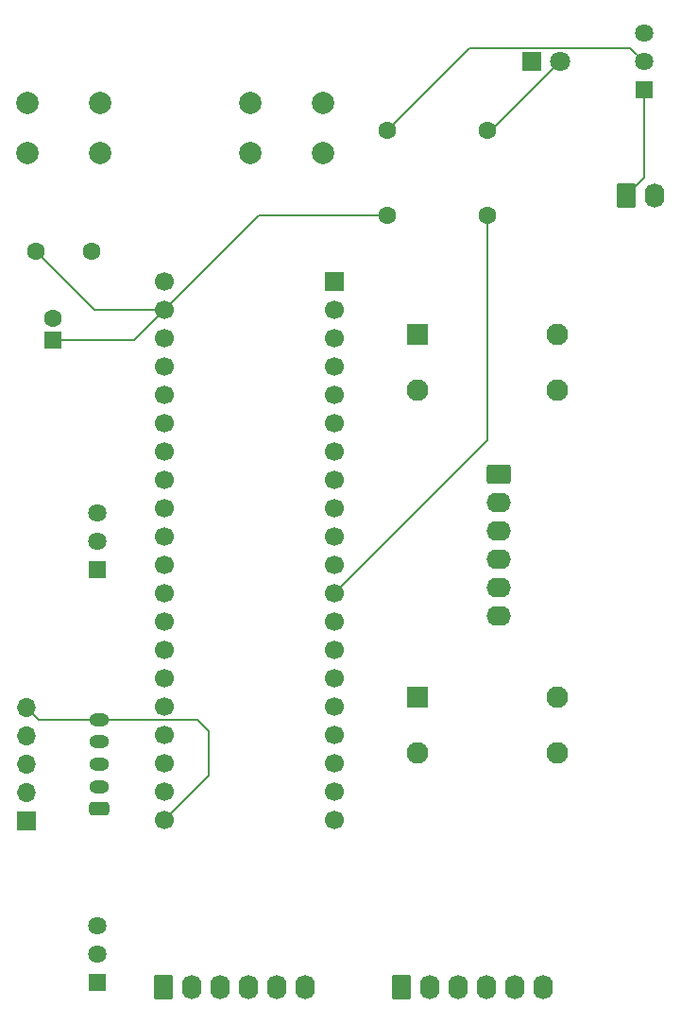
<source format=gbl>
%TF.GenerationSoftware,KiCad,Pcbnew,9.0.6*%
%TF.CreationDate,2026-01-05T15:37:48+01:00*%
%TF.ProjectId,STR500_v1.1,53545235-3030-45f7-9631-2e312e6b6963,rev?*%
%TF.SameCoordinates,Original*%
%TF.FileFunction,Copper,L4,Bot*%
%TF.FilePolarity,Positive*%
%FSLAX46Y46*%
G04 Gerber Fmt 4.6, Leading zero omitted, Abs format (unit mm)*
G04 Created by KiCad (PCBNEW 9.0.6) date 2026-01-05 15:37:48*
%MOMM*%
%LPD*%
G01*
G04 APERTURE LIST*
G04 Aperture macros list*
%AMRoundRect*
0 Rectangle with rounded corners*
0 $1 Rounding radius*
0 $2 $3 $4 $5 $6 $7 $8 $9 X,Y pos of 4 corners*
0 Add a 4 corners polygon primitive as box body*
4,1,4,$2,$3,$4,$5,$6,$7,$8,$9,$2,$3,0*
0 Add four circle primitives for the rounded corners*
1,1,$1+$1,$2,$3*
1,1,$1+$1,$4,$5*
1,1,$1+$1,$6,$7*
1,1,$1+$1,$8,$9*
0 Add four rect primitives between the rounded corners*
20,1,$1+$1,$2,$3,$4,$5,0*
20,1,$1+$1,$4,$5,$6,$7,0*
20,1,$1+$1,$6,$7,$8,$9,0*
20,1,$1+$1,$8,$9,$2,$3,0*%
G04 Aperture macros list end*
%TA.AperFunction,ComponentPad*%
%ADD10C,1.800000*%
%TD*%
%TA.AperFunction,ComponentPad*%
%ADD11R,1.800000X1.800000*%
%TD*%
%TA.AperFunction,ComponentPad*%
%ADD12C,1.635000*%
%TD*%
%TA.AperFunction,ComponentPad*%
%ADD13R,1.635000X1.635000*%
%TD*%
%TA.AperFunction,ComponentPad*%
%ADD14R,1.700000X1.700000*%
%TD*%
%TA.AperFunction,ComponentPad*%
%ADD15RoundRect,0.250000X0.650000X-0.350000X0.650000X0.350000X-0.650000X0.350000X-0.650000X-0.350000X0*%
%TD*%
%TA.AperFunction,ComponentPad*%
%ADD16O,1.700000X1.700000*%
%TD*%
%TA.AperFunction,ComponentPad*%
%ADD17O,1.800000X1.200000*%
%TD*%
%TA.AperFunction,ComponentPad*%
%ADD18R,1.950000X1.950000*%
%TD*%
%TA.AperFunction,ComponentPad*%
%ADD19C,1.950000*%
%TD*%
%TA.AperFunction,ComponentPad*%
%ADD20C,2.000000*%
%TD*%
%TA.AperFunction,ComponentPad*%
%ADD21C,1.600000*%
%TD*%
%TA.AperFunction,ComponentPad*%
%ADD22RoundRect,0.250000X-0.620000X-0.845000X0.620000X-0.845000X0.620000X0.845000X-0.620000X0.845000X0*%
%TD*%
%TA.AperFunction,ComponentPad*%
%ADD23O,1.740000X2.190000*%
%TD*%
%TA.AperFunction,ComponentPad*%
%ADD24C,1.700000*%
%TD*%
%TA.AperFunction,ComponentPad*%
%ADD25RoundRect,0.250000X0.550000X-0.550000X0.550000X0.550000X-0.550000X0.550000X-0.550000X-0.550000X0*%
%TD*%
%TA.AperFunction,ComponentPad*%
%ADD26RoundRect,0.250000X-0.845000X0.620000X-0.845000X-0.620000X0.845000X-0.620000X0.845000X0.620000X0*%
%TD*%
%TA.AperFunction,ComponentPad*%
%ADD27O,2.190000X1.740000*%
%TD*%
%TA.AperFunction,Conductor*%
%ADD28C,0.200000*%
%TD*%
G04 APERTURE END LIST*
D10*
%TO.P,LED1,2,A*%
%TO.N,Net-(LED1-A)*%
X154540000Y-45000000D03*
D11*
%TO.P,LED1,1,K*%
%TO.N,GND*%
X152000000Y-45000000D03*
%TD*%
D12*
%TO.P,SW2,3*%
%TO.N,N/C*%
X162000000Y-42460000D03*
%TO.P,SW2,2,B*%
%TO.N,Net-(D1-A)*%
X162000000Y-45000000D03*
D13*
%TO.P,SW2,1,A*%
%TO.N,Net-(SW2-A)*%
X162000000Y-47540000D03*
%TD*%
D14*
%TO.P,GameTrak1,1,1*%
%TO.N,GND*%
X106650000Y-113075000D03*
D15*
X113150000Y-111995000D03*
D16*
%TO.P,GameTrak1,2,2*%
%TO.N,/Pot0*%
X106650000Y-110535000D03*
D17*
X113150000Y-109995000D03*
D16*
%TO.P,GameTrak1,3,3*%
%TO.N,/Pot1*%
X106650000Y-107995000D03*
D17*
X113150000Y-107995000D03*
%TO.P,GameTrak1,4,4*%
%TO.N,/Pot2*%
X113150000Y-105995000D03*
D16*
X106650000Y-105455000D03*
D17*
%TO.P,GameTrak1,5,5*%
%TO.N,+3.3V*%
X113150000Y-103995000D03*
D16*
X106650000Y-102915000D03*
%TD*%
D18*
%TO.P,BT4,1,A*%
%TO.N,GND*%
X141750000Y-102000000D03*
D19*
X154250000Y-102000000D03*
%TO.P,BT4,2,B*%
%TO.N,Net-(BT4-B)*%
X141750000Y-107000000D03*
X154250000Y-107000000D03*
%TD*%
D20*
%TO.P,BT1,1,A*%
%TO.N,GND*%
X106750000Y-48750000D03*
X113250000Y-48750000D03*
%TO.P,BT1,2,B*%
%TO.N,/BT1*%
X106750000Y-53250000D03*
X113250000Y-53250000D03*
%TD*%
D18*
%TO.P,BT2,1,A*%
%TO.N,GND*%
X141750000Y-69500000D03*
D19*
X154250000Y-69500000D03*
%TO.P,BT2,2,B*%
%TO.N,Net-(BT2-B)*%
X141750000Y-74500000D03*
X154250000Y-74500000D03*
%TD*%
D13*
%TO.P,SW3,1,A*%
%TO.N,GND*%
X113000000Y-127540000D03*
D12*
%TO.P,SW3,2,B*%
%TO.N,/Sw2*%
X113000000Y-125000000D03*
%TO.P,SW3,3*%
%TO.N,N/C*%
X113000000Y-122460000D03*
%TD*%
D13*
%TO.P,SW1,1,A*%
%TO.N,GND*%
X113000000Y-90540000D03*
D12*
%TO.P,SW1,2,B*%
%TO.N,/Sw1*%
X113000000Y-88000000D03*
%TO.P,SW1,3*%
%TO.N,N/C*%
X113000000Y-85460000D03*
%TD*%
D20*
%TO.P,BT3,1,A*%
%TO.N,GND*%
X126750000Y-48750000D03*
X133250000Y-48750000D03*
%TO.P,BT3,2,B*%
%TO.N,/BT2*%
X126750000Y-53250000D03*
X133250000Y-53250000D03*
%TD*%
D21*
%TO.P,C2,1*%
%TO.N,+5V*%
X107500000Y-62000000D03*
%TO.P,C2,2*%
%TO.N,GND*%
X112500000Y-62000000D03*
%TD*%
D22*
%TO.P,J10,S1*%
%TO.N,GND*%
X118920000Y-128000000D03*
D23*
%TO.P,J10,S2*%
X126540000Y-128000000D03*
%TO.P,J10,T1*%
%TO.N,/outL*%
X121460000Y-128000000D03*
%TO.P,J10,T2*%
%TO.N,/outR*%
X129080000Y-128000000D03*
%TO.P,J10,TN1*%
%TO.N,unconnected-(J10-PadTN1)*%
X124000000Y-128000000D03*
%TO.P,J10,TN2*%
%TO.N,/outL*%
X131620000Y-128000000D03*
%TD*%
D21*
%TO.P,R1,1*%
%TO.N,Net-(LED1-A)*%
X148000000Y-51190000D03*
%TO.P,R1,2*%
%TO.N,/LED*%
X148000000Y-58810000D03*
%TD*%
D14*
%TO.P,A1,1,USB_ID*%
%TO.N,unconnected-(A1-USB_ID-Pad1)*%
X134240000Y-64740000D03*
D24*
%TO.P,A1,2,SD_DATA_3*%
%TO.N,/Sw1*%
X134240000Y-67280000D03*
%TO.P,A1,3,SD_DATA_2*%
%TO.N,/Sw2*%
X134240000Y-69820000D03*
%TO.P,A1,4,SD_DATA_1*%
%TO.N,/BT1*%
X134240000Y-72360000D03*
%TO.P,A1,5,SD_DATA_0*%
%TO.N,/BT2*%
X134240000Y-74900000D03*
%TO.P,A1,6,SD_CMD*%
%TO.N,/BT3*%
X134240000Y-77440000D03*
%TO.P,A1,7,SD_CLK*%
%TO.N,/BT4*%
X134240000Y-79980000D03*
%TO.P,A1,8,SPI1_CS*%
%TO.N,unconnected-(A1-SPI1_CS-Pad8)*%
X134240000Y-82520000D03*
%TO.P,A1,9,SPI1_SCK*%
%TO.N,unconnected-(A1-SPI1_SCK-Pad9)*%
X134240000Y-85060000D03*
%TO.P,A1,10,SPI1_POCI*%
%TO.N,unconnected-(A1-SPI1_POCI-Pad10)*%
X134240000Y-87600000D03*
%TO.P,A1,11,SPI1_PICO*%
%TO.N,unconnected-(A1-SPI1_PICO-Pad11)*%
X134240000Y-90140000D03*
%TO.P,A1,12,I2C1_SCL*%
%TO.N,/LED*%
X134240000Y-92680000D03*
%TO.P,A1,13,I2C1_SDA*%
%TO.N,unconnected-(A1-I2C1_SDA-Pad13)*%
X134240000Y-95220000D03*
%TO.P,A1,14,USART1_TX*%
%TO.N,unconnected-(A1-USART1_TX-Pad14)*%
X134240000Y-97760000D03*
%TO.P,A1,15,USART1_RX*%
%TO.N,unconnected-(A1-USART1_RX-Pad15)*%
X134240000Y-100300000D03*
%TO.P,A1,16,AUDIO_IN_1*%
%TO.N,/inL*%
X134240000Y-102840000D03*
%TO.P,A1,17,AUDIO_IN_2*%
%TO.N,/inR*%
X134240000Y-105380000D03*
%TO.P,A1,18,AUDIO_OUT_1*%
%TO.N,/outL*%
X134240000Y-107920000D03*
%TO.P,A1,19,AUDIO_OUT_2*%
%TO.N,/outR*%
X134240000Y-110460000D03*
%TO.P,A1,20,AGND*%
%TO.N,GND*%
X134240000Y-113000000D03*
%TO.P,A1,21,3V3_A*%
%TO.N,+3.3V*%
X119000000Y-113000000D03*
%TO.P,A1,22,ADC_0*%
%TO.N,/Pot0*%
X119000000Y-110460000D03*
%TO.P,A1,23,ADC_1*%
%TO.N,/Pot1*%
X119000000Y-107920000D03*
%TO.P,A1,24,ADC_2*%
%TO.N,/Pot2*%
X119000000Y-105380000D03*
%TO.P,A1,25,ADC_3*%
%TO.N,unconnected-(A1-ADC_3-Pad25)*%
X119000000Y-102840000D03*
%TO.P,A1,26,ADC_4*%
%TO.N,unconnected-(A1-ADC_4-Pad26)*%
X119000000Y-100300000D03*
%TO.P,A1,27,ADC_5*%
%TO.N,unconnected-(A1-ADC_5-Pad27)*%
X119000000Y-97760000D03*
%TO.P,A1,28,ADC_6*%
%TO.N,unconnected-(A1-ADC_6-Pad28)*%
X119000000Y-95220000D03*
%TO.P,A1,29,DAC_OUT2*%
%TO.N,unconnected-(A1-DAC_OUT2-Pad29)*%
X119000000Y-92680000D03*
%TO.P,A1,30,DAC_OUT1*%
%TO.N,unconnected-(A1-DAC_OUT1-Pad30)*%
X119000000Y-90140000D03*
%TO.P,A1,31,SAI2_MCLK*%
%TO.N,unconnected-(A1-SAI2_MCLK-Pad31)*%
X119000000Y-87600000D03*
%TO.P,A1,32,SAI2_SD_B*%
%TO.N,unconnected-(A1-SAI2_SD_B-Pad32)*%
X119000000Y-85060000D03*
%TO.P,A1,33,SAI2_SD_A*%
%TO.N,unconnected-(A1-SAI2_SD_A-Pad33)*%
X119000000Y-82520000D03*
%TO.P,A1,34,SAI2_FS*%
%TO.N,unconnected-(A1-SAI2_FS-Pad34)*%
X119000000Y-79980000D03*
%TO.P,A1,35,SAI2_SCK*%
%TO.N,unconnected-(A1-SAI2_SCK-Pad35)*%
X119000000Y-77440000D03*
%TO.P,A1,36,USB_D_-*%
%TO.N,unconnected-(A1-USB_D_--Pad36)*%
X119000000Y-74900000D03*
%TO.P,A1,37,USB_D_+*%
%TO.N,unconnected-(A1-USB_D_+-Pad37)*%
X119000000Y-72360000D03*
%TO.P,A1,38,3V3_D*%
%TO.N,unconnected-(A1-3V3_D-Pad38)*%
X119000000Y-69820000D03*
%TO.P,A1,39,VIN*%
%TO.N,+5V*%
X119000000Y-67280000D03*
%TO.P,A1,40,DGND*%
%TO.N,GND*%
X119000000Y-64740000D03*
%TD*%
D25*
%TO.P,C1,1*%
%TO.N,+5V*%
X109000000Y-70000000D03*
D21*
%TO.P,C1,2*%
%TO.N,GND*%
X109000000Y-68000000D03*
%TD*%
D26*
%TO.P,J9,S1*%
%TO.N,GND*%
X149000000Y-82000000D03*
D27*
%TO.P,J9,S2*%
X149000000Y-89620000D03*
%TO.P,J9,T1*%
%TO.N,/BT3*%
X149000000Y-84540000D03*
%TO.P,J9,T2*%
%TO.N,/BT4*%
X149000000Y-92160000D03*
%TO.P,J9,TN1*%
%TO.N,Net-(BT2-B)*%
X149000000Y-87080000D03*
%TO.P,J9,TN2*%
%TO.N,Net-(BT4-B)*%
X149000000Y-94700000D03*
%TD*%
D22*
%TO.P,J1,1*%
%TO.N,Net-(SW2-A)*%
X160460000Y-57000000D03*
D23*
%TO.P,J1,2*%
%TO.N,GND*%
X163000000Y-57000000D03*
%TD*%
D21*
%TO.P,D1,1,K*%
%TO.N,+5V*%
X139000000Y-58810000D03*
%TO.P,D1,2,A*%
%TO.N,Net-(D1-A)*%
X139000000Y-51190000D03*
%TD*%
D22*
%TO.P,J8,S1*%
%TO.N,GND*%
X140300000Y-128000000D03*
D23*
%TO.P,J8,S2*%
X147920000Y-128000000D03*
%TO.P,J8,T1*%
%TO.N,/inL*%
X142840000Y-128000000D03*
%TO.P,J8,T2*%
%TO.N,/inR*%
X150460000Y-128000000D03*
%TO.P,J8,TN1*%
%TO.N,unconnected-(J8-PadTN1)*%
X145380000Y-128000000D03*
%TO.P,J8,TN2*%
%TO.N,/inL*%
X153000000Y-128000000D03*
%TD*%
D28*
%TO.N,+5V*%
X139000000Y-58810000D02*
X127470000Y-58810000D01*
X127470000Y-58810000D02*
X119000000Y-67280000D01*
%TO.N,Net-(D1-A)*%
X162000000Y-45000000D02*
X160799000Y-43799000D01*
X146391000Y-43799000D02*
X139000000Y-51190000D01*
X160799000Y-43799000D02*
X146391000Y-43799000D01*
%TO.N,Net-(SW2-A)*%
X162000000Y-47540000D02*
X162000000Y-55460000D01*
%TO.N,+3.3V*%
X121995000Y-103995000D02*
X123000000Y-105000000D01*
X123000000Y-109000000D02*
X119000000Y-113000000D01*
X113150000Y-103995000D02*
X121995000Y-103995000D01*
X123000000Y-105000000D02*
X123000000Y-109000000D01*
X106650000Y-102915000D02*
X107730000Y-103995000D01*
X107730000Y-103995000D02*
X113150000Y-103995000D01*
%TO.N,+5V*%
X116280000Y-70000000D02*
X109000000Y-70000000D01*
X107500000Y-62000000D02*
X112780000Y-67280000D01*
X112780000Y-67280000D02*
X119000000Y-67280000D01*
X119000000Y-67280000D02*
X116280000Y-70000000D01*
%TO.N,/LED*%
X148000000Y-58810000D02*
X148000000Y-78920000D01*
X148000000Y-78920000D02*
X134240000Y-92680000D01*
%TO.N,Net-(LED1-A)*%
X148350000Y-51190000D02*
X148000000Y-51190000D01*
X154540000Y-45000000D02*
X148350000Y-51190000D01*
%TO.N,Net-(SW2-A)*%
X162000000Y-55460000D02*
X160460000Y-57000000D01*
%TD*%
M02*

</source>
